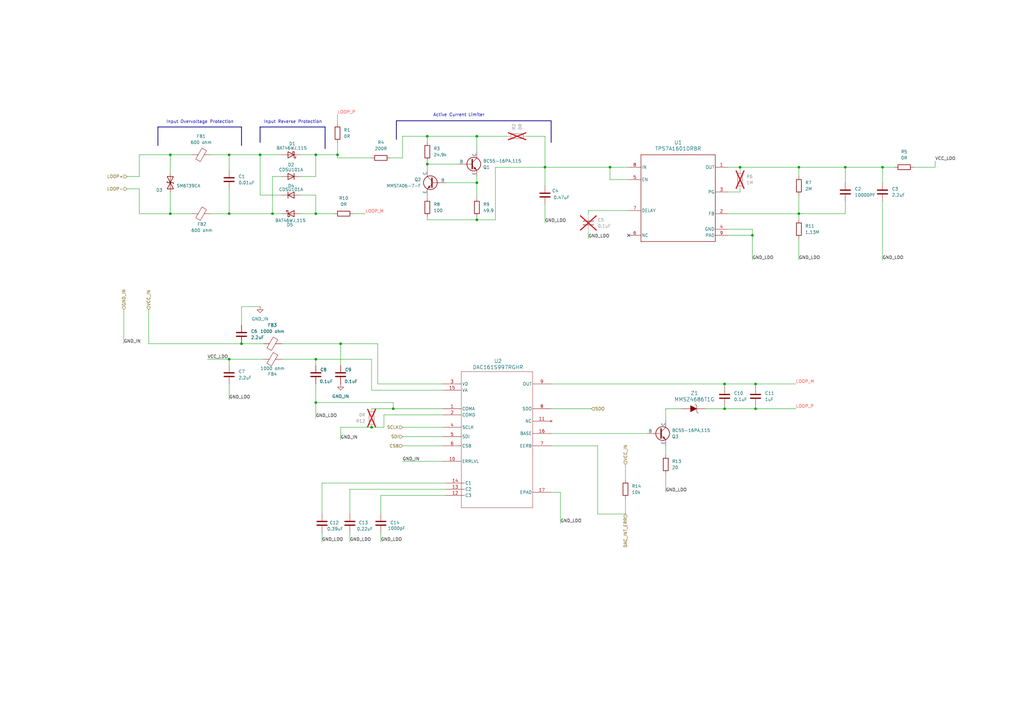
<source format=kicad_sch>
(kicad_sch (version 20231120) (generator "eeschema") (generator_version "8.0")
  (paper "A3")
  (lib_symbols
    (symbol "Device:C" (pin_numbers hide) (pin_names (offset 0.254))
      (property "Reference" "C" (at 0.635 2.54 0))
      (property "Value" "C" (at 0.635 -2.54 0))
      (symbol "C_0_1"
        (polyline (pts (xy -2.032 -0.762) (xy 2.032 -0.762)) (stroke (width 0.508)))
        (polyline (pts (xy -2.032 0.762) (xy 2.032 0.762)) (stroke (width 0.508)))
      )
      (symbol "C_1_1"
        (pin passive line (at 0 3.81 270) (length 2.794) (name "~") (number "1"))
        (pin passive line (at 0 -3.81 90) (length 2.794) (name "~") (number "2"))
      )
    )
    (symbol "Device:FerriteBead" (pin_numbers hide) (pin_names (offset 0))
      (property "Reference" "FB" (at -3.81 0.635 90))
      (property "Value" "FerriteBead" (at 3.81 0 90))
      (symbol "FerriteBead_0_1"
        (polyline (pts (xy 0 -1.27) (xy 0 -1.2192)))
        (polyline (pts (xy 0 1.27) (xy 0 1.2954)))
        (polyline (pts (xy -2.7686 0.4064) (xy -1.7018 2.2606) (xy 2.7686 -0.3048) (xy 1.6764 -2.159) (xy -2.7686 0.4064)))
      )
      (symbol "FerriteBead_1_1"
        (pin passive line (at 0 3.81 270) (length 2.54) (name "~") (number "1"))
        (pin passive line (at 0 -3.81 90) (length 2.54) (name "~") (number "2"))
      )
    )
    (symbol "Device:R" (pin_numbers hide) (pin_names (offset 0))
      (property "Reference" "R" (at 2.032 0 90))
      (property "Value" "R" (at 0 0 90))
      (symbol "R_0_1"
        (rectangle (start -1.016 -2.54) (end 1.016 2.54) (stroke (width 0.254)))
      )
      (symbol "R_1_1"
        (pin passive line (at 0 3.81 270) (length 1.27) (name "~") (number "1"))
        (pin passive line (at 0 -3.81 90) (length 1.27) (name "~") (number "2"))
      )
    )
    (symbol "Diode:1N630xCA" (pin_numbers hide) (pin_names (offset 1.016) hide)
      (property "Reference" "D" (at 0 2.54 0))
      (property "Value" "1N630xCA" (at 0 -2.54 0))
      (symbol "1N630xCA_0_1"
        (polyline (pts (xy 1.27 0) (xy -1.27 0)))
        (polyline (pts (xy -2.54 -1.27) (xy 0 0) (xy -2.54 1.27) (xy -2.54 -1.27)) (stroke (width 0.254)))
        (polyline (pts (xy 0.508 1.27) (xy 0 1.27) (xy 0 -1.27) (xy -0.508 -1.27)) (stroke (width 0.254)))
        (polyline (pts (xy 2.54 1.27) (xy 2.54 -1.27) (xy 0 0) (xy 2.54 1.27)) (stroke (width 0.254)))
      )
      (symbol "1N630xCA_1_1"
        (pin passive line (at -3.81 0 0) (length 2.54) (name "A1") (number "1"))
        (pin passive line (at 3.81 0 180) (length 2.54) (name "A2") (number "2"))
      )
    )
    (symbol "Diode:S2JTR" (pin_numbers hide) (pin_names hide)
      (property "Reference" "D" (at 0 2.54 0))
      (property "Value" "S2JTR" (at 0 -2.54 0))
      (symbol "S2JTR_0_1"
        (polyline (pts (xy -1.27 1.27) (xy -1.27 -1.27)) (stroke (width 0.254)))
        (polyline (pts (xy 1.27 0) (xy -1.27 0)))
        (polyline (pts (xy 1.27 1.27) (xy 1.27 -1.27) (xy -1.27 0) (xy 1.27 1.27)) (stroke (width 0.254)))
      )
      (symbol "S2JTR_1_1"
        (pin passive line (at -3.81 0 0) (length 2.54) (name "K") (number "1"))
        (pin passive line (at 3.81 0 180) (length 2.54) (name "A") (number "2"))
      )
    )
    (symbol "NPN_1" (pin_numbers hide) (pin_names (offset 0))
      (property "Reference" "Q3" (at 5.08 -1.2701 0))
      (property "Value" "BC55-16PA,115" (at 5.08 1.2699 0))
      (symbol "NPN_1_0_1"
        (polyline (pts (xy -2.54 0) (xy 0.635 0)) (stroke (width 0.1524)))
        (polyline (pts (xy 0.635 0.635) (xy 2.54 2.54)))
        (polyline (pts (xy 2.794 -1.27) (xy 2.794 -1.27)) (stroke (width 0.1524)))
        (polyline (pts (xy 2.794 -1.27) (xy 2.794 -1.27)) (stroke (width 0.1524)))
        (polyline (pts (xy 0.635 -0.635) (xy 2.54 -2.54) (xy 2.54 -2.54)))
        (polyline (pts (xy 0.635 1.905) (xy 0.635 -1.905) (xy 0.635 -1.905)) (stroke (width 0.508)))
        (polyline (pts (xy 1.27 -1.778) (xy 1.778 -1.27) (xy 2.286 -2.286) (xy 1.27 -1.778) (xy 1.27 -1.778)) (fill (type outline)))
        (circle (center 1.27 0) (radius 2.8194) (stroke (width 0.254)))
      )
      (symbol "NPN_1_1_1"
        (pin open_collector line (at 2.54 5.08 270) (length 2.54) (name "C") (number "1"))
        (pin free line (at -5.08 0 0) (length 2.54) (name "B") (number "2"))
        (pin open_emitter line (at 2.54 -5.08 90) (length 2.54) (name "E") (number "3"))
      )
    )
    (symbol "SB120_2" (pin_numbers hide) (pin_names (offset 1.016) hide)
      (property "Reference" "D1" (at -0.508 -4.572 0))
      (property "Value" "BAT46WJ,115" (at -0.254 -2.794 0))
      (symbol "SB120_2_0_1"
        (polyline (pts (xy 1.27 0) (xy -1.27 0)))
        (polyline (pts (xy 1.27 1.27) (xy 1.27 -1.27) (xy -1.27 0) (xy 1.27 1.27)) (stroke (width 0.254)))
        (polyline (pts (xy -1.905 0.635) (xy -1.905 1.27) (xy -1.27 1.27) (xy -1.27 -1.27) (xy -0.635 -1.27) (xy -0.635 -0.635)) (stroke (width 0.254)))
      )
      (symbol "SB120_2_1_1"
        (pin passive line (at -3.81 0 0) (length 2.54) (name "K") (number "1"))
        (pin passive line (at 3.81 0 180) (length 2.54) (name "A") (number "2"))
      )
    )
    (symbol "Simulation_SPICE:NPN" (pin_numbers hide) (pin_names (offset 0))
      (property "Reference" "Q" (at -2.54 7.62 0))
      (property "Value" "NPN" (at -2.54 5.08 0))
      (symbol "NPN_0_1"
        (polyline (pts (xy -2.54 0) (xy 0.635 0)) (stroke (width 0.1524)))
        (polyline (pts (xy 0.635 0.635) (xy 2.54 2.54)))
        (polyline (pts (xy 2.794 -1.27) (xy 2.794 -1.27)) (stroke (width 0.1524)))
        (polyline (pts (xy 2.794 -1.27) (xy 2.794 -1.27)) (stroke (width 0.1524)))
        (polyline (pts (xy 0.635 -0.635) (xy 2.54 -2.54) (xy 2.54 -2.54)))
        (polyline (pts (xy 0.635 1.905) (xy 0.635 -1.905) (xy 0.635 -1.905)) (stroke (width 0.508)))
        (polyline (pts (xy 1.27 -1.778) (xy 1.778 -1.27) (xy 2.286 -2.286) (xy 1.27 -1.778) (xy 1.27 -1.778)) (fill (type outline)))
        (circle (center 1.27 0) (radius 2.8194) (stroke (width 0.254)))
      )
      (symbol "NPN_1_1"
        (pin open_collector line (at 2.54 5.08 270) (length 2.54) (name "C") (number "1"))
        (pin input line (at -5.08 0 0) (length 2.54) (name "B") (number "2"))
        (pin open_emitter line (at 2.54 -5.08 90) (length 2.54) (name "E") (number "3"))
      )
    )
    (symbol "TSP7A1601DRBR:TPS7A1601DRBR" (pin_names (offset 0.254))
      (property "Reference" "U2" (at 0 22.86 0))
      (property "Value" "TPS7A1601DRBR" (at 0 20.32 0))
      (symbol "TPS7A1601DRBR_0_1"
        (polyline (pts (xy -15.24 -17.78) (xy 15.24 -17.78)) (stroke (width 0.2032)))
        (polyline (pts (xy -15.24 17.78) (xy -15.24 -17.78)) (stroke (width 0.2032)))
        (polyline (pts (xy 15.24 -17.78) (xy 15.24 17.78)) (stroke (width 0.2032)))
        (polyline (pts (xy 15.24 17.78) (xy -15.24 17.78)) (stroke (width 0.2032)))
        (pin power_in line (at 20.32 12.7 180) (length 5.08) (name "OUT") (number "1"))
        (pin input line (at 20.32 -6.35 180) (length 5.08) (name "FB") (number "2"))
        (pin open_collector line (at 20.32 2.54 180) (length 5.08) (name "PG") (number "3"))
        (pin power_in line (at 20.32 -12.7 180) (length 5.08) (name "GND") (number "4"))
        (pin input line (at -20.32 7.62 0) (length 5.08) (name "EN") (number "5"))
        (pin unspecified line (at -20.32 -15.24 0) (length 5.08) (name "NC") (number "6"))
        (pin output line (at -20.32 -5.08 0) (length 5.08) (name "DELAY") (number "7"))
        (pin power_in line (at -20.32 12.7 0) (length 5.08) (name "IN") (number "8"))
        (pin unspecified line (at 20.32 -15.24 180) (length 5.08) (name "PAD") (number "9"))
      )
    )
    (symbol "dac161s997rghr:DAC161S997RGHR" (pin_names (offset 0.254))
      (property "Reference" "U1" (at 33.02 10.16 0))
      (property "Value" "DAC161S997RGHR" (at 33.02 7.62 0))
      (symbol "DAC161S997RGHR_0_1"
        (polyline (pts (xy 7.62 -50.8) (xy 36.83 -50.8)) (stroke (width 0.127)))
        (polyline (pts (xy 7.62 5.08) (xy 7.62 -50.8)) (stroke (width 0.127)))
        (polyline (pts (xy 36.83 -50.8) (xy 36.83 5.08)) (stroke (width 0.127)))
        (polyline (pts (xy 36.83 5.08) (xy 7.62 5.08)) (stroke (width 0.127)))
        (pin power_in line (at 0 -10.16 0) (length 7.62) (name "COMA") (number "1"))
        (pin input line (at 0 -31.75 0) (length 7.62) (name "ERRLVL") (number "10"))
        (pin no_connect line (at 44.45 -15.24 180) (length 7.62) (name "NC") (number "11"))
        (pin unspecified line (at 1.27 -45.72 0) (length 7.62) (name "C3") (number "12"))
        (pin unspecified line (at 1.27 -43.18 0) (length 7.62) (name "C2") (number "13"))
        (pin unspecified line (at 1.27 -40.64 0) (length 7.62) (name "C1") (number "14"))
        (pin power_in line (at 0 -2.54 0) (length 7.62) (name "VA") (number "15"))
        (pin unspecified line (at 44.45 -20.32 180) (length 7.62) (name "BASE") (number "16"))
        (pin unspecified line (at 44.45 -44.45 180) (length 7.62) (name "EPAD") (number "17"))
        (pin power_in line (at 0 -12.7 0) (length 7.62) (name "COMD") (number "2"))
        (pin power_in line (at 0 0 0) (length 7.62) (name "VD") (number "3"))
        (pin input line (at 0 -17.78 0) (length 7.62) (name "SCLK") (number "4"))
        (pin input line (at 0 -21.59 0) (length 7.62) (name "SDI") (number "5"))
        (pin input line (at 0 -25.4 0) (length 7.62) (name "CSB") (number "6"))
        (pin output line (at 44.45 -25.4 180) (length 7.62) (name "EERB") (number "7"))
        (pin output line (at 44.45 -10.16 180) (length 7.62) (name "SDO") (number "8"))
        (pin output line (at 44.45 0 180) (length 7.62) (name "OUT") (number "9"))
      )
    )
    (symbol "dk_Diodes-Zener-Single:MMSZ5231B-7-F" (pin_numbers hide) (pin_names (offset 0) hide)
      (property "Reference" "Z" (at 0 3.81 0))
      (property "Value" "MMSZ5231B-7-F" (at 0 -3.81 0))
      (symbol "MMSZ5231B-7-F_0_1"
        (polyline (pts (xy 1.27 -1.27) (xy 1.905 -1.905)))
        (polyline (pts (xy 1.27 1.27) (xy 0.635 1.905)))
        (polyline (pts (xy 1.27 1.27) (xy 1.27 -1.27)))
        (polyline (pts (xy -1.27 1.27) (xy -1.27 -1.27) (xy 1.27 0) (xy -1.27 1.27)) (fill (type outline)))
      )
      (symbol "MMSZ5231B-7-F_1_1"
        (pin passive line (at -5.08 0 0) (length 3.81) (name "~") (number "A"))
        (pin passive line (at 5.08 0 180) (length 3.81) (name "~") (number "K"))
      )
    )
    (symbol "power:GND" (power) (pin_numbers hide) (pin_names (offset 0) hide)
      (property "Value" "GND" (at 0 -3.81 0))
      (symbol "GND_0_1"
        (polyline (pts (xy 0 0) (xy 0 -1.27) (xy 1.27 -1.27) (xy 0 -2.54) (xy -1.27 -1.27) (xy 0 -1.27)))
      )
      (symbol "GND_1_1"
        (pin power_in line (at 0 0 270) (length 0) (name "~") (number "1"))
      )
    )
  )
  (junction (at 327.66 68.58))
  (junction (at 69.85 87.63))
  (junction (at 361.95 68.58))
  (junction (at 152.4 175.26))
  (junction (at 297.18 167.64))
  (junction (at 195.58 90.17))
  (junction (at 308.61 96.52))
  (junction (at 297.18 157.48))
  (junction (at 327.66 87.63))
  (junction (at 93.98 63.5))
  (junction (at 309.88 157.48))
  (junction (at 309.88 167.64))
  (junction (at 175.26 67.31))
  (junction (at 111.76 87.63))
  (junction (at 223.52 68.58))
  (junction (at 129.54 87.63))
  (junction (at 195.58 55.88))
  (junction (at 93.98 147.32))
  (junction (at 138.43 63.5))
  (junction (at 346.71 68.58))
  (junction (at 303.53 68.58))
  (junction (at 175.26 55.88))
  (junction (at 139.7 140.97))
  (junction (at 129.54 147.32))
  (junction (at 106.68 63.5))
  (junction (at 129.54 63.5))
  (junction (at 250.19 68.58))
  (junction (at 129.54 165.1))
  (junction (at 99.06 140.97))
  (junction (at 93.98 87.63))
  (junction (at 195.58 74.93))
  (junction (at 161.29 167.64))
  (junction (at 69.85 63.5))
  (no_connect (at 257.81 96.52))
  (wire (pts (xy 309.88 167.64) (xy 309.88 166.37)))
  (wire (pts (xy 143.51 200.66) (xy 143.51 210.82)))
  (wire (pts (xy 346.71 74.93) (xy 346.71 68.58)))
  (bus (pts (xy 99.06 59.69) (xy 99.06 52.07)))
  (wire (pts (xy 165.1 175.26) (xy 181.61 175.26)))
  (wire (pts (xy 273.05 167.64) (xy 279.4 167.64)))
  (wire (pts (xy 152.4 167.64) (xy 161.29 167.64)))
  (wire (pts (xy 156.21 222.25) (xy 156.21 218.44)))
  (wire (pts (xy 374.65 68.58) (xy 383.54 68.58)))
  (wire (pts (xy 223.52 68.58) (xy 223.52 76.2)))
  (wire (pts (xy 99.06 140.97) (xy 107.95 140.97)))
  (wire (pts (xy 129.54 87.63) (xy 137.16 87.63)))
  (wire (pts (xy 327.66 97.79) (xy 327.66 106.68)))
  (wire (pts (xy 132.08 222.25) (xy 132.08 218.44)))
  (wire (pts (xy 57.15 63.5) (xy 57.15 72.39)))
  (wire (pts (xy 152.4 160.02) (xy 152.4 147.32)))
  (wire (pts (xy 138.43 64.77) (xy 152.4 64.77)))
  (wire (pts (xy 99.06 125.73) (xy 99.06 133.35)))
  (wire (pts (xy 52.07 72.39) (xy 57.15 72.39)))
  (wire (pts (xy 129.54 87.63) (xy 123.19 87.63)))
  (wire (pts (xy 195.58 72.39) (xy 195.58 74.93)))
  (wire (pts (xy 93.98 63.5) (xy 106.68 63.5)))
  (wire (pts (xy 223.52 68.58) (xy 250.19 68.58)))
  (bus (pts (xy 106.68 52.07) (xy 106.68 58.42)))
  (wire (pts (xy 346.71 68.58) (xy 361.95 68.58)))
  (wire (pts (xy 161.29 167.64) (xy 181.61 167.64)))
  (wire (pts (xy 195.58 90.17) (xy 195.58 88.9)))
  (wire (pts (xy 115.57 140.97) (xy 139.7 140.97)))
  (wire (pts (xy 139.7 140.97) (xy 139.7 149.86)))
  (wire (pts (xy 309.88 157.48) (xy 326.39 157.48)))
  (wire (pts (xy 175.26 80.01) (xy 175.26 81.28)))
  (wire (pts (xy 165.1 64.77) (xy 160.02 64.77)))
  (wire (pts (xy 115.57 72.39) (xy 111.76 72.39)))
  (wire (pts (xy 223.52 55.88) (xy 223.52 68.58)))
  (wire (pts (xy 327.66 68.58) (xy 346.71 68.58)))
  (wire (pts (xy 256.54 190.5) (xy 256.54 196.85)))
  (wire (pts (xy 298.45 87.63) (xy 327.66 87.63)))
  (wire (pts (xy 327.66 68.58) (xy 303.53 68.58)))
  (wire (pts (xy 93.98 69.85) (xy 93.98 63.5)))
  (wire (pts (xy 165.1 55.88) (xy 175.26 55.88)))
  (wire (pts (xy 308.61 93.98) (xy 308.61 96.52)))
  (wire (pts (xy 242.57 167.64) (xy 226.06 167.64)))
  (wire (pts (xy 289.56 167.64) (xy 297.18 167.64)))
  (wire (pts (xy 138.43 64.77) (xy 138.43 63.5)))
  (bus (pts (xy 133.35 60.96) (xy 133.35 52.07)))
  (wire (pts (xy 203.2 68.58) (xy 223.52 68.58)))
  (wire (pts (xy 226.06 201.93) (xy 229.87 201.93)))
  (wire (pts (xy 123.19 72.39) (xy 129.54 72.39)))
  (wire (pts (xy 182.88 203.2) (xy 156.21 203.2)))
  (bus (pts (xy 99.06 52.07) (xy 64.77 52.07)))
  (wire (pts (xy 309.88 167.64) (xy 326.39 167.64)))
  (wire (pts (xy 303.53 78.74) (xy 303.53 77.47)))
  (wire (pts (xy 60.96 140.97) (xy 99.06 140.97)))
  (wire (pts (xy 154.94 157.48) (xy 181.61 157.48)))
  (wire (pts (xy 297.18 157.48) (xy 309.88 157.48)))
  (wire (pts (xy 361.95 68.58) (xy 367.03 68.58)))
  (wire (pts (xy 93.98 147.32) (xy 93.98 149.86)))
  (bus (pts (xy 162.56 49.53) (xy 162.56 57.15)))
  (wire (pts (xy 93.98 147.32) (xy 107.95 147.32)))
  (wire (pts (xy 245.11 210.82) (xy 256.54 210.82)))
  (wire (pts (xy 182.88 74.93) (xy 195.58 74.93)))
  (wire (pts (xy 129.54 80.01) (xy 129.54 87.63)))
  (wire (pts (xy 241.3 86.36) (xy 241.3 87.63)))
  (wire (pts (xy 106.68 80.01) (xy 106.68 63.5)))
  (wire (pts (xy 309.88 157.48) (xy 309.88 158.75)))
  (wire (pts (xy 273.05 182.88) (xy 273.05 186.69)))
  (wire (pts (xy 298.45 68.58) (xy 303.53 68.58)))
  (wire (pts (xy 361.95 82.55) (xy 361.95 106.68)))
  (wire (pts (xy 111.76 72.39) (xy 111.76 87.63)))
  (wire (pts (xy 93.98 63.5) (xy 86.36 63.5)))
  (wire (pts (xy 241.3 97.79) (xy 241.3 95.25)))
  (wire (pts (xy 139.7 140.97) (xy 154.94 140.97)))
  (wire (pts (xy 346.71 82.55) (xy 346.71 87.63)))
  (wire (pts (xy 115.57 147.32) (xy 129.54 147.32)))
  (wire (pts (xy 303.53 68.58) (xy 303.53 69.85)))
  (wire (pts (xy 123.19 80.01) (xy 129.54 80.01)))
  (wire (pts (xy 308.61 96.52) (xy 308.61 106.68)))
  (wire (pts (xy 129.54 165.1) (xy 161.29 165.1)))
  (wire (pts (xy 57.15 87.63) (xy 57.15 77.47)))
  (wire (pts (xy 139.7 175.26) (xy 139.7 180.34)))
  (wire (pts (xy 139.7 175.26) (xy 152.4 175.26)))
  (wire (pts (xy 195.58 74.93) (xy 195.58 81.28)))
  (wire (pts (xy 93.98 87.63) (xy 93.98 77.47)))
  (wire (pts (xy 69.85 63.5) (xy 69.85 71.12)))
  (wire (pts (xy 86.36 87.63) (xy 93.98 87.63)))
  (wire (pts (xy 298.45 78.74) (xy 303.53 78.74)))
  (wire (pts (xy 111.76 87.63) (xy 115.57 87.63)))
  (wire (pts (xy 361.95 74.93) (xy 361.95 68.58)))
  (wire (pts (xy 175.26 67.31) (xy 187.96 67.31)))
  (wire (pts (xy 175.26 90.17) (xy 195.58 90.17)))
  (bus (pts (xy 64.77 52.07) (xy 64.77 59.69)))
  (wire (pts (xy 52.07 77.47) (xy 57.15 77.47)))
  (wire (pts (xy 215.9 55.88) (xy 223.52 55.88)))
  (wire (pts (xy 93.98 87.63) (xy 111.76 87.63)))
  (wire (pts (xy 175.26 55.88) (xy 195.58 55.88)))
  (wire (pts (xy 273.05 194.31) (xy 273.05 201.93)))
  (wire (pts (xy 129.54 63.5) (xy 129.54 72.39)))
  (wire (pts (xy 152.4 175.26) (xy 157.48 175.26)))
  (wire (pts (xy 327.66 87.63) (xy 327.66 90.17)))
  (wire (pts (xy 195.58 55.88) (xy 208.28 55.88)))
  (wire (pts (xy 123.19 63.5) (xy 129.54 63.5)))
  (wire (pts (xy 298.45 93.98) (xy 308.61 93.98)))
  (wire (pts (xy 132.08 198.12) (xy 132.08 210.82)))
  (wire (pts (xy 175.26 67.31) (xy 175.26 69.85)))
  (wire (pts (xy 175.26 55.88) (xy 175.26 58.42)))
  (wire (pts (xy 257.81 73.66) (xy 250.19 73.66)))
  (wire (pts (xy 156.21 203.2) (xy 156.21 210.82)))
  (wire (pts (xy 226.06 177.8) (xy 265.43 177.8)))
  (wire (pts (xy 256.54 204.47) (xy 256.54 210.82)))
  (wire (pts (xy 149.86 87.63) (xy 144.78 87.63)))
  (wire (pts (xy 138.43 58.42) (xy 138.43 63.5)))
  (wire (pts (xy 297.18 157.48) (xy 297.18 158.75)))
  (wire (pts (xy 175.26 66.04) (xy 175.26 67.31)))
  (wire (pts (xy 250.19 73.66) (xy 250.19 68.58)))
  (wire (pts (xy 250.19 68.58) (xy 257.81 68.58)))
  (wire (pts (xy 106.68 125.73) (xy 99.06 125.73)))
  (wire (pts (xy 226.06 182.88) (xy 245.11 182.88)))
  (wire (pts (xy 181.61 160.02) (xy 152.4 160.02)))
  (wire (pts (xy 203.2 90.17) (xy 203.2 68.58)))
  (wire (pts (xy 106.68 63.5) (xy 115.57 63.5)))
  (wire (pts (xy 69.85 78.74) (xy 69.85 87.63)))
  (wire (pts (xy 175.26 88.9) (xy 175.26 90.17)))
  (wire (pts (xy 138.43 46.99) (xy 138.43 50.8)))
  (wire (pts (xy 297.18 166.37) (xy 297.18 167.64)))
  (wire (pts (xy 129.54 147.32) (xy 129.54 149.86)))
  (wire (pts (xy 195.58 62.23) (xy 195.58 55.88)))
  (wire (pts (xy 245.11 182.88) (xy 245.11 210.82)))
  (wire (pts (xy 85.09 147.32) (xy 93.98 147.32)))
  (wire (pts (xy 383.54 66.04) (xy 383.54 68.58)))
  (wire (pts (xy 60.96 127) (xy 60.96 140.97)))
  (wire (pts (xy 69.85 87.63) (xy 57.15 87.63)))
  (wire (pts (xy 78.74 63.5) (xy 69.85 63.5)))
  (wire (pts (xy 129.54 63.5) (xy 138.43 63.5)))
  (wire (pts (xy 157.48 175.26) (xy 157.48 170.18)))
  (wire (pts (xy 346.71 87.63) (xy 327.66 87.63)))
  (wire (pts (xy 161.29 165.1) (xy 161.29 167.64)))
  (wire (pts (xy 152.4 147.32) (xy 129.54 147.32)))
  (wire (pts (xy 327.66 72.39) (xy 327.66 68.58)))
  (wire (pts (xy 154.94 140.97) (xy 154.94 157.48)))
  (bus (pts (xy 133.35 52.07) (xy 106.68 52.07)))
  (wire (pts (xy 297.18 167.64) (xy 309.88 167.64)))
  (wire (pts (xy 182.88 200.66) (xy 143.51 200.66)))
  (wire (pts (xy 226.06 157.48) (xy 297.18 157.48)))
  (wire (pts (xy 129.54 171.45) (xy 129.54 165.1)))
  (wire (pts (xy 182.88 198.12) (xy 132.08 198.12)))
  (wire (pts (xy 327.66 80.01) (xy 327.66 87.63)))
  (bus (pts (xy 226.06 58.42) (xy 226.06 49.53)))
  (wire (pts (xy 273.05 172.72) (xy 273.05 167.64)))
  (wire (pts (xy 241.3 86.36) (xy 257.81 86.36)))
  (wire (pts (xy 298.45 96.52) (xy 308.61 96.52)))
  (wire (pts (xy 195.58 90.17) (xy 203.2 90.17)))
  (wire (pts (xy 93.98 157.48) (xy 93.98 163.83)))
  (wire (pts (xy 223.52 83.82) (xy 223.52 91.44)))
  (wire (pts (xy 157.48 170.18) (xy 181.61 170.18)))
  (wire (pts (xy 69.85 87.63) (xy 78.74 87.63)))
  (wire (pts (xy 50.8 127) (xy 50.8 140.97)))
  (wire (pts (xy 143.51 222.25) (xy 143.51 218.44)))
  (wire (pts (xy 165.1 189.23) (xy 181.61 189.23)))
  (bus (pts (xy 162.56 49.53) (xy 226.06 49.53)))
  (wire (pts (xy 129.54 157.48) (xy 129.54 165.1)))
  (wire (pts (xy 69.85 63.5) (xy 57.15 63.5)))
  (wire (pts (xy 115.57 80.01) (xy 106.68 80.01)))
  (wire (pts (xy 165.1 55.88) (xy 165.1 64.77)))
  (wire (pts (xy 165.1 182.88) (xy 181.61 182.88)))
  (wire (pts (xy 165.1 179.07) (xy 181.61 179.07)))
  (wire (pts (xy 229.87 201.93) (xy 229.87 214.63)))
  (text "Active Current Limiter" (at 188.214 47.244 0) (effects (font (size 1.27 1.27))))
  (text "Input Overvoltage Protection" (at 82.042 50.038 0) (effects (font (size 1.27 1.27))))
  (text "Input Reverse Protection" (at 120.142 50.038 0) (effects (font (size 1.27 1.27))))
  (label "LOOP_M" (at 326.39 157.48 0))
  (label "GND_LDO" (at 143.51 222.25 0))
  (label "GND_LDO" (at 308.61 106.68 0))
  (label "VCC_LDO" (at 85.09 147.32 0))
  (label "GND_LDO" (at 132.08 222.25 0))
  (label "GND_LDO" (at 273.05 201.93 0))
  (label "GND_LDO" (at 241.3 97.79 0))
  (label "GND_LDO" (at 223.52 91.44 0))
  (label "LOOP_M" (at 149.86 87.63 0))
  (label "GND_LDO" (at 129.54 171.45 0))
  (label "VCC_LDO" (at 383.54 66.04 0))
  (label "GND_LDO" (at 156.21 222.25 0))
  (label "GND_LDO" (at 93.98 163.83 0))
  (label "GND_LDO" (at 361.95 106.68 0))
  (label "GND_LDO" (at 229.87 214.63 0))
  (label "LOOP_P" (at 138.43 46.99 0))
  (label "GND_IN" (at 165.1 189.23 0))
  (label "GND_LDO" (at 327.66 106.68 0))
  (label "GND_IN" (at 139.7 180.34 0))
  (label "LOOP_P" (at 326.39 167.64 0))
  (label "GND_IN" (at 50.8 140.97 0))
  (hierarchical_label "DAC_INT_ERR" (shape input) (at 256.54 210.82 270))
  (hierarchical_label "SDI" (shape input) (at 165.1 179.07 180))
  (hierarchical_label "LOOP+" (shape input) (at 52.07 72.39 180))
  (hierarchical_label "VCC_IN" (shape input) (at 256.54 190.5 90))
  (hierarchical_label "SCLK" (shape input) (at 165.1 175.26 180))
  (hierarchical_label "GND_IN" (shape input) (at 50.8 127 90))
  (hierarchical_label "CSB" (shape input) (at 165.1 182.88 180))
  (hierarchical_label "LOOP-" (shape input) (at 52.07 77.47 180))
  (hierarchical_label "VCC_IN" (shape input) (at 60.96 127 90))
  (hierarchical_label "SDO" (shape input) (at 242.57 167.64 0))
  (symbol (lib_id "Device:R") (at 303.53 73.66 0) (unit 1) (dnp yes)
    (property "Reference" "R6" (at 306.07 72.3899 0) (effects (justify left)))
    (property "Value" "1M" (at 306.07 74.9299 0) (effects (justify left)))
    (property "Footprint" "Resistor_SMD:R_0402_1005Metric" (effects (hide yes)))
    (property "Description" "RES SMD 1M OHM 5% 1/16W 0402" (effects (hide yes)))
    (property "DIGIKEY" "541-4119-2-ND" (effects (hide yes)))
  )
  (symbol (lib_id "Device:R") (at 273.05 190.5 0) (unit 1)
    (property "Reference" "R13" (at 275.59 189.2299 0) (effects (justify left)))
    (property "Value" "20" (at 275.59 191.7699 0) (effects (justify left)))
    (property "Footprint" "Resistor_SMD:R_0603_1608Metric" (effects (hide yes)))
    (property "Description" "RES SMD 20 OHM 1% 1/10W 0603" (effects (hide yes)))
    (property "DIGIKEY" "  541-20.0HTR-ND" (effects (hide yes)))
  )
  (symbol (lib_id "power:GND") (at 139.7 157.48 0) (unit 1)
    (property "Reference" "#PWR017" (effects (hide yes)))
    (property "Value" "GND_IN" (at 139.7 162.56 0))
    (property "Description" "Power symbol creates a global label with name \"GND\" , ground" (effects (hide yes)))
  )
  (symbol (lib_id "Device:R") (at 370.84 68.58 90) (unit 1)
    (property "Reference" "R5" (at 370.84 62.23 90))
    (property "Value" "0R" (at 370.84 64.77 90))
    (property "Footprint" "Resistor_SMD:R_0603_1608Metric" (effects (hide yes)))
    (property "Description" "0 Ohms Jumper Chip Resistor 0603 (1608 Metric) Automotive AEC-Q200 Thick Film" (effects (hide yes)))
    (property "DIGIKEY" "541-0.0GTR-ND" (effects (hide yes)))
  )
  (symbol (lib_id "Device:C") (at 139.7 153.67 0) (unit 1)
    (property "Reference" "C9" (at 141.478 151.638 0) (effects (justify left)))
    (property "Value" "0.1uF" (at 141.224 156.464 0) (effects (justify left)))
    (property "Footprint" "Capacitor_SMD:C_0402_1005Metric" (effects (hide yes)))
    (property "Description" "CAP CER 0.1UF 6.3V X5R 0402" (effects (hide yes)))
    (property "DIGIKEY" "445-1266-2-ND" (effects (hide yes)))
  )
  (symbol (lib_id "Device:C") (at 99.06 137.16 0) (unit 1)
    (property "Reference" "C6" (at 102.87 135.8899 0) (effects (justify left)))
    (property "Value" "2.2uF" (at 102.87 138.4299 0) (effects (justify left)))
    (property "Footprint" "Capacitor_SMD:C_0402_1005Metric" (effects (hide yes)))
    (property "Description" "CAP CER 2.2UF 16V X5R 0402" (effects (hide yes)))
    (property "DIGIKEY" "445-9085-2-ND" (effects (hide yes)))
  )
  (symbol (lib_name "NPN_1") (lib_id "Simulation_SPICE:NPN") (at 270.51 177.8 0) (unit 1)
    (property "Reference" "Q3" (at 275.59 179.0701 0) (effects (justify left)))
    (property "Value" "BC55-16PA,115" (at 275.59 176.5301 0) (effects (justify left)))
    (property "Footprint" "mergened_footprints:3-HUSON(2X2)" (effects (hide yes)))
    (property "Description" "TRANS NPN 60V 1A 3HUSON" (effects (hide yes)))
    (property "DIGIKEY" "  1727-2344-2-ND" (effects (hide yes)))
  )
  (symbol (lib_id "Diode:1N630xCA") (at 69.85 74.93 270) (unit 1)
    (property "Reference" "D3" (at 64.008 77.978 90) (effects (justify left)))
    (property "Value" "SM6T39CA" (at 72.39 76.1999 90) (effects (justify left)))
    (property "Footprint" "Diode_SMD:D_SMB" (effects (hide yes)))
    (property "Datasheet" "https://www.st.com/content/ccc/resource/technical/document/datasheet/6f/2d/a6/9e/56/51/48/15/CD00000725.pdf/files/CD00000725.pdf/jcr:content/translations/en.CD00000725.pdf" (effects (hide yes)))
    (property "Description" "TVS DIODE 33.3VWM 53.9VC SMB" (effects (hide yes)))
    (property "DIGIKEY" "497-6498-2-ND" (effects (hide yes)))
  )
  (symbol (lib_id "Device:R") (at 212.09 55.88 90) (unit 1) (dnp yes)
    (property "Reference" "R2" (at 210.8199 53.34 0) (effects (justify left)))
    (property "Value" "0R" (at 213.3599 53.34 0) (effects (justify left)))
    (property "Footprint" "Resistor_SMD:R_0603_1608Metric" (effects (hide yes)))
    (property "Description" "0 Ohms Jumper Chip Resistor 0603 (1608 Metric) Automotive AEC-Q200 Thick Film" (effects (hide yes)))
    (property "DIGIKEY" "541-0.0GTR-ND" (effects (hide yes)))
  )
  (symbol (lib_id "Device:C") (at 143.51 214.63 0) (unit 1)
    (property "Reference" "C13" (at 147.066 214.376 0) (effects (justify left)))
    (property "Value" "0.22uF" (at 146.304 216.916 0) (effects (justify left)))
    (property "Footprint" "Capacitor_SMD:C_0402_1005Metric" (effects (hide yes)))
    (property "Description" "CAP CER 0.22UF 6.3V X5R 0402" (effects (hide yes)))
    (property "DIGIKEY" "490-5407-2-ND" (effects (hide yes)))
  )
  (symbol (lib_id "Device:C") (at 361.95 78.74 0) (unit 1)
    (property "Reference" "C3" (at 365.76 77.4699 0) (effects (justify left)))
    (property "Value" "2.2uF" (at 365.76 80.0099 0) (effects (justify left)))
    (property "Footprint" "Capacitor_SMD:C_0402_1005Metric" (effects (hide yes)))
    (property "Description" "CAP CER 2.2UF 16V X5R 0402" (effects (hide yes)))
    (property "DIGIKEY" "445-9085-2-ND" (effects (hide yes)))
  )
  (symbol (lib_id "Device:R") (at 152.4 171.45 180) (unit 1) (dnp yes)
    (property "Reference" "R12" (at 149.86 172.7201 0) (effects (justify left)))
    (property "Value" "0R" (at 149.86 170.1801 0) (effects (justify left)))
    (property "Footprint" "Resistor_SMD:R_0603_1608Metric" (effects (hide yes)))
    (property "Description" "0 Ohms Jumper Chip Resistor 0603 (1608 Metric) Automotive AEC-Q200 Thick Film" (effects (hide yes)))
    (property "DIGIKEY" "541-0.0GTR-ND" (effects (hide yes)))
  )
  (symbol (lib_id "Device:C") (at 223.52 80.01 0) (mirror y) (unit 1)
    (property "Reference" "C4" (at 229.108 78.232 0) (effects (justify left)))
    (property "Value" "0.47uF" (at 233.68 81.026 0) (effects (justify left)))
    (property "Footprint" "Capacitor_SMD:C_0805_2012Metric" (effects (hide yes)))
    (property "Description" "CAP CER 0.47UF 100V X7R 0805" (effects (hide yes)))
    (property "DIGIKEY" "  490-3326-2-ND" (effects (hide yes)))
  )
  (symbol (lib_id "Simulation_SPICE:NPN") (at 193.04 67.31 0) (unit 1)
    (property "Reference" "Q1" (at 198.12 68.5801 0) (effects (justify left)))
    (property "Value" "BC55-16PA,115" (at 198.12 66.0401 0) (effects (justify left)))
    (property "Footprint" "mergened_footprints:3-HUSON(2X2)" (effects (hide yes)))
    (property "Description" "TRANS NPN 60V 1A 3HUSON" (effects (hide yes)))
    (property "DIGIKEY" "  1727-2344-2-ND" (effects (hide yes)))
  )
  (symbol (lib_id "Device:C") (at 129.54 153.67 0) (unit 1)
    (property "Reference" "C8" (at 131.318 151.638 0) (effects (justify left)))
    (property "Value" "0.1uF" (at 131.064 156.464 0) (effects (justify left)))
    (property "Footprint" "Capacitor_SMD:C_0402_1005Metric" (effects (hide yes)))
    (property "Description" "CAP CER 0.1UF 6.3V X5R 0402" (effects (hide yes)))
    (property "DIGIKEY" "445-1266-2-ND" (effects (hide yes)))
  )
  (symbol (lib_name "SB120_2") (lib_id "Diode:SB120") (at 119.38 63.5 180) (unit 1)
    (property "Reference" "D1" (at 119.888 58.928 0))
    (property "Value" "BAT46WJ,115" (at 119.634 60.706 0))
    (property "Footprint" "Diode_SMD:D_SOD-323F" (effects (hide yes)))
    (property "Description" "DIODE SCHOTT 100V 250MA SOD323F" (effects (hide yes)))
    (property "DIGIKEY" "  1727-4817-2-ND" (effects (hide yes)))
  )
  (symbol (lib_id "Device:R") (at 175.26 62.23 180) (unit 1)
    (property "Reference" "R3" (at 177.8 60.9599 0) (effects (justify right)))
    (property "Value" "24.9k" (at 177.8 63.4999 0) (effects (justify right)))
    (property "Footprint" "Resistor_SMD:R_0603_1608Metric" (effects (hide yes)))
    (property "Description" "RES 24.9K OHM 1% 1/10W 0603" (effects (hide yes)))
    (property "DIGIKEY" "541-4028-2-ND" (effects (hide yes)))
  )
  (symbol (lib_id "Device:C") (at 241.3 91.44 0) (unit 1) (dnp yes)
    (property "Reference" "C5" (at 245.11 90.1699 0) (effects (justify left)))
    (property "Value" "0.1uF" (at 245.11 92.7099 0) (effects (justify left)))
    (property "Footprint" "Capacitor_SMD:C_1206_3216Metric" (effects (hide yes)))
    (property "Description" "CAP CER 0.1UF 100V X7R 1206" (effects (hide yes)))
    (property "DIGIKEY" "478-KGM31DR72A104JUTR-ND" (effects (hide yes)))
  )
  (symbol (lib_id "Device:C") (at 93.98 153.67 0) (unit 1)
    (property "Reference" "C7" (at 97.79 152.3999 0) (effects (justify left)))
    (property "Value" "2.2uF" (at 97.79 154.9399 0) (effects (justify left)))
    (property "Footprint" "Capacitor_SMD:C_0402_1005Metric" (effects (hide yes)))
    (property "Description" "CAP CER 2.2UF 16V X5R 0402" (effects (hide yes)))
    (property "DIGIKEY" "445-9085-2-ND" (effects (hide yes)))
  )
  (symbol (lib_id "Device:R") (at 175.26 85.09 0) (unit 1)
    (property "Reference" "R8" (at 177.8 83.8199 0) (effects (justify left)))
    (property "Value" "100" (at 177.8 86.3599 0) (effects (justify left)))
    (property "Footprint" "Resistor_SMD:R_0603_1608Metric" (effects (hide yes)))
    (property "Description" "RES SMD 100 OHM 1% 1/3W 0603" (effects (hide yes)))
    (property "DIGIKEY" "541-100STR-ND" (effects (hide yes)))
  )
  (symbol (lib_id "dac161s997rghr:DAC161S997RGHR") (at 181.61 157.48 0) (unit 1)
    (property "Reference" "U2" (at 204.216 148.082 0) (effects (font (size 1.524 1.524))))
    (property "Value" "DAC161S997RGHR" (at 204.216 150.622 0) (effects (font (size 1.524 1.524))))
    (property "Footprint" "footprints:RGH16_TEX" (effects (hide yes)))
    (property "Datasheet" "DAC161S997RGHR" (effects (hide yes)))
    (property "Description" "DAC 16 b SPI 16-WQFN (4x4)" (effects (hide yes)))
    (property "DIGIKEY" "  296-40022-2-ND " (effects (hide yes)))
  )
  (symbol (lib_id "Device:R") (at 327.66 93.98 0) (unit 1)
    (property "Reference" "R11" (at 330.2 92.7099 0) (effects (justify left)))
    (property "Value" "1.13M" (at 330.2 95.2499 0) (effects (justify left)))
    (property "Footprint" "Resistor_SMD:R_0402_1005Metric" (effects (hide yes)))
    (property "Description" "RES SMD 1.13M OHM 1% 1/16W 0402" (effects (hide yes)))
    (property "DIGIKEY" "  541-1.13MLTR-ND" (effects (hide yes)))
  )
  (symbol (lib_id "Device:C") (at 297.18 162.56 0) (unit 1)
    (property "Reference" "C10" (at 300.99 161.2899 0) (effects (justify left)))
    (property "Value" "0.1uF" (at 300.99 163.8299 0) (effects (justify left)))
    (property "Footprint" "Capacitor_SMD:C_1206_3216Metric" (effects (hide yes)))
    (property "Description" "CAP CER 0.1UF 100V X7R 1206" (effects (hide yes)))
    (property "DIGIKEY" "478-KGM31DR72A104JUTR-ND" (effects (hide yes)))
  )
  (symbol (lib_id "Diode:S2JTR") (at 119.38 72.39 180) (unit 1)
    (property "Reference" "D2" (at 119.38 67.564 0))
    (property "Value" "CDSU101A" (at 119.38 69.596 0))
    (property "Footprint" "footprints:LED_CDSU101A" (effects (hide yes)))
    (property "Description" "DIODE GEN PURP 80V 100MA 0603" (effects (hide yes)))
    (property "DIGIKEY" "  641-1002-2-ND" (effects (hide yes)))
  )
  (symbol (lib_id "Device:C") (at 346.71 78.74 0) (unit 1)
    (property "Reference" "C2" (at 350.52 77.4699 0) (effects (justify left)))
    (property "Value" "10000PF" (at 350.52 80.0099 0) (effects (justify left)))
    (property "Footprint" "Capacitor_SMD:C_0402_1005Metric" (effects (hide yes)))
    (property "Description" "CAP CER 10000PF 10V X5R 0402" (effects (hide yes)))
    (property "DIGIKEY" "  490-6296-2-ND" (effects (hide yes)))
  )
  (symbol (lib_id "Device:C") (at 132.08 214.63 0) (unit 1)
    (property "Reference" "C12" (at 135.128 214.376 0) (effects (justify left)))
    (property "Value" "0.39uF" (at 134.112 216.916 0) (effects (justify left)))
    (property "Footprint" "Capacitor_SMD:C_0402_1005Metric" (effects (hide yes)))
    (property "Description" "CAP, CERM, 0.39 µF, 10 V, +/- 10%, X5R, 0402" (effects (hide yes)))
    (property "DIGIKEY" "  490-8253-2-ND" (effects (hide yes)))
  )
  (symbol (lib_id "dk_Diodes-Zener-Single:MMSZ5231B-7-F") (at 284.48 167.64 0) (unit 1)
    (property "Reference" "Z1" (at 284.7975 161.29 0) (effects (font (size 1.524 1.524))))
    (property "Value" "MMSZ4686T1G" (at 284.7975 163.83 0) (effects (font (size 1.524 1.524))))
    (property "Footprint" "digikey-footprints:SOD-123" (effects (hide yes)))
    (property "Datasheet" "https://www.onsemi.com/pdf/datasheet/mmsz4678t1-d.pdf" (effects (hide yes)))
    (property "Description" "DIODE ZENER 3.9V 500MW SOD123" (effects (hide yes)))
    (property "Category" "Discrete Semiconductor Products" (effects (hide yes)))
    (property "Family" "Diodes - Zener - Single" (effects (hide yes)))
    (property "DK_Datasheet_Link" "https://www.diodes.com/assets/Datasheets/ds18010.pdf" (effects (hide yes)))
    (property "DK_Detail_Page" "/product-detail/en/diodes-incorporated/MMSZ5231B-7-F/MMSZ5231B-FDICT-ND/755506" (effects (hide yes)))
    (property "Description_1" "DIODE ZENER 5.1V 500MW SOD123" (effects (hide yes)))
    (property "Manufacturer" "Diodes Incorporated" (effects (hide yes)))
    (property "DIGIKEY" "MMSZ4686T1GOSTR-ND" (effects (hide yes)))
  )
  (symbol (lib_id "Device:FerriteBead") (at 82.55 63.5 90) (unit 1)
    (property "Reference" "FB1" (at 82.4992 55.88 90))
    (property "Value" "600 ohm" (at 82.4992 58.42 90))
    (property "Footprint" "Resistor_SMD:R_1206_3216Metric" (effects (hide yes)))
    (property "Description" "Ferrite bead" (effects (hide yes)))
    (property "DIGIKEY" "  240-2405-2-ND" (effects (hide yes)))
  )
  (symbol (lib_id "Device:FerriteBead") (at 82.55 87.63 90) (unit 1)
    (property "Reference" "FB2" (at 82.804 91.948 90))
    (property "Value" "600 ohm" (at 82.804 94.488 90))
    (property "Footprint" "Resistor_SMD:R_1206_3216Metric" (effects (hide yes)))
    (property "Description" "Ferrite bead" (effects (hide yes)))
    (property "DIGIKEY" "  240-2405-2-ND" (effects (hide yes)))
  )
  (symbol (lib_id "Device:FerriteBead") (at 111.76 147.32 90) (unit 1)
    (property "Reference" "FB4" (at 111.76 153.416 90))
    (property "Value" "1000 ohm" (at 111.76 151.13 90))
    (property "Footprint" "Resistor_SMD:R_0402_1005Metric" (effects (hide yes)))
    (property "Description" "FERRITE BEAD 1K OHM 0402 1LN" (effects (hide yes)))
    (property "DIGIKEY" "  490-3999-2-ND" (effects (hide yes)))
  )
  (symbol (lib_id "Device:R") (at 156.21 64.77 90) (unit 1)
    (property "Reference" "R4" (at 156.21 58.42 90))
    (property "Value" "200R" (at 156.21 60.96 90))
    (property "Footprint" "Resistor_SMD:R_1206_3216Metric" (effects (hide yes)))
    (property "Description" "Resistor" (effects (hide yes)))
    (property "DIGIKEY" "  541-200FTR-ND" (effects (hide yes)))
  )
  (symbol (lib_id "Device:C") (at 156.21 214.63 0) (unit 1)
    (property "Reference" "C14" (at 160.02 214.376 0) (effects (justify left)))
    (property "Value" "1000pF" (at 159.004 216.662 0) (effects (justify left)))
    (property "Footprint" "Capacitor_SMD:C_0402_1005Metric" (effects (hide yes)))
    (property "Description" "CAP CER 1000PF 6.3V X5R 0402" (effects (hide yes)))
    (property "DIGIKEY" "490-6285-2-ND" (effects (hide yes)))
  )
  (symbol (lib_id "Device:R") (at 138.43 54.61 0) (unit 1)
    (property "Reference" "R1" (at 140.97 53.3399 0) (effects (justify left)))
    (property "Value" "0R" (at 140.97 55.8799 0) (effects (justify left)))
    (property "Footprint" "Resistor_SMD:R_0603_1608Metric" (effects (hide yes)))
    (property "Description" "0 Ohms Jumper Chip Resistor 0603 (1608 Metric) Automotive AEC-Q200 Thick Film" (effects (hide yes)))
    (property "DIGIKEY" "541-0.0GTR-ND" (effects (hide yes)))
  )
  (symbol (lib_id "Device:R") (at 256.54 200.66 0) (unit 1)
    (property "Reference" "R14" (at 259.08 199.3899 0) (effects (justify left)))
    (property "Value" "10k" (at 259.08 201.9299 0) (effects (justify left)))
    (property "Footprint" "Resistor_SMD:R_0402_1005Metric" (effects (hide yes)))
    (property "Description" "RES SMD 1M OHM 5% 1/16W 0402" (effects (hide yes)))
    (property "DIGIKEY" "311-10KJRTR-ND " (effects (hide yes)))
  )
  (symbol (lib_id "Diode:S2JTR") (at 119.38 80.01 0) (mirror x) (unit 1)
    (property "Reference" "D4" (at 119.38 76.2 0))
    (property "Value" "CDSU101A" (at 119.38 77.724 0))
    (property "Footprint" "footprints:LED_CDSU101A" (effects (hide yes)))
    (property "Description" "DIODE GEN PURP 80V 100MA 0603" (effects (hide yes)))
    (property "DIGIKEY" "  641-1002-2-ND" (effects (hide yes)))
  )
  (symbol (lib_id "Device:C") (at 93.98 73.66 0) (unit 1)
    (property "Reference" "C1" (at 97.79 72.3899 0) (effects (justify left)))
    (property "Value" "0.01uF" (at 97.79 74.9299 0) (effects (justify left)))
    (property "Footprint" "Capacitor_SMD:C_0603_1608Metric" (effects (hide yes)))
    (property "Description" "Unpolarized capacitor" (effects (hide yes)))
    (property "DIGIKEY" "  445-1304-2-ND" (effects (hide yes)))
  )
  (symbol (lib_id "Device:C") (at 309.88 162.56 0) (unit 1)
    (property "Reference" "C11" (at 313.69 161.2899 0) (effects (justify left)))
    (property "Value" "1uF" (at 313.69 163.8299 0) (effects (justify left)))
    (property "Footprint" "Capacitor_SMD:C_1206_3216Metric" (effects (hide yes)))
    (property "Description" "CAP CER 1UF 100V X7R 1206" (effects (hide yes)))
    (property "DIGIKEY" "490-3909-2-ND" (effects (hide yes)))
  )
  (symbol (lib_id "TSP7A1601DRBR:TPS7A1601DRBR") (at 278.13 81.28 0) (unit 1)
    (property "Reference" "U1" (at 278.13 58.42 0) (effects (font (size 1.524 1.524))))
    (property "Value" "TPS7A1601DRBR" (at 278.13 60.96 0) (effects (font (size 1.524 1.524))))
    (property "Footprint" "footprints:DRB0008B" (effects (hide yes)))
    (property "Datasheet" "TPS7A1601DRBR" (effects (hide yes)))
    (property "DIGIKEY" "96-40969-2-ND " (effects (hide yes)))
  )
  (symbol (lib_id "Device:FerriteBead") (at 111.76 140.97 90) (unit 1)
    (property "Reference" "FB3" (at 111.7092 133.35 90))
    (property "Value" "1000 ohm" (at 111.7092 135.89 90))
    (property "Footprint" "Resistor_SMD:R_0402_1005Metric" (effects (hide yes)))
    (property "Description" "FERRITE BEAD 1K OHM 0402 1LN" (effects (hide yes)))
    (property "DIGIKEY" "  490-3999-2-ND" (effects (hide yes)))
  )
  (symbol (lib_id "power:GND") (at 106.68 125.73 0) (unit 1)
    (property "Reference" "#PWR014" (effects (hide yes)))
    (property "Value" "GND_IN" (at 106.68 130.81 0))
    (property "Description" "Power symbol creates a global label with name \"GND\" , ground" (effects (hide yes)))
  )
  (symbol (lib_id "Device:R") (at 327.66 76.2 0) (unit 1)
    (property "Reference" "R7" (at 330.2 74.9299 0) (effects (justify left)))
    (property "Value" "2M" (at 330.2 77.4699 0) (effects (justify left)))
    (property "Footprint" "Resistor_SMD:R_0402_1005Metric" (effects (hide yes)))
    (property "Description" "RES 2M OHM 1% 1/16W 0402" (effects (hide yes)))
    (property "DIGIKEY" "541-4066-2-ND" (effects (hide yes)))
  )
  (symbol (lib_id "Device:R") (at 195.58 85.09 0) (unit 1)
    (property "Reference" "R9" (at 198.12 83.8199 0) (effects (justify left)))
    (property "Value" "49.9" (at 198.12 86.3599 0) (effects (justify left)))
    (property "Footprint" "Resistor_SMD:R_1206_3216Metric" (effects (hide yes)))
    (property "Description" "RES 49.9 OHM 1% 1/4W 1206" (effects (hide yes)))
    (property "DIGIKEY" "541-4185-2-ND" (effects (hide yes)))
  )
  (symbol (lib_id "Device:R") (at 140.97 87.63 90) (unit 1)
    (property "Reference" "R10" (at 140.97 81.28 90))
    (property "Value" "0R" (at 140.97 83.82 90))
    (property "Footprint" "Resistor_SMD:R_0603_1608Metric" (effects (hide yes)))
    (property "Description" "0 Ohms Jumper Chip Resistor 0603 (1608 Metric) Automotive AEC-Q200 Thick Film" (effects (hide yes)))
    (property "DIGIKEY" "541-0.0GTR-ND" (effects (hide yes)))
  )
  (symbol (lib_name "SB120_2") (lib_id "Diode:SB120") (at 119.38 87.63 0) (unit 1)
    (property "Reference" "D5" (at 118.872 92.202 0))
    (property "Value" "BAT46WJ,115" (at 119.126 90.424 0))
    (property "Footprint" "Diode_SMD:D_SOD-323F" (effects (hide yes)))
    (property "Description" "DIODE SCHOTT 100V 250MA SOD323F" (effects (hide yes)))
    (property "DIGIKEY" "  1727-4817-2-ND" (effects (hide yes)))
  )
  (symbol (lib_id "Simulation_SPICE:NPN") (at 177.8 74.93 0) (mirror y) (unit 1)
    (property "Reference" "Q2" (at 172.72 73.6599 0) (effects (justify left)))
    (property "Value" "MMSTA06-7-F" (at 172.72 76.1999 0) (effects (justify left)))
    (property "Footprint" "digikey-footprints:SOT-323" (effects (hide yes)))
    (property "Description" "TRANS NPN 80V 0.5A SOT323" (effects (hide yes)))
    (property "DIGIKEY" "MMSTA06-FDITR-ND" (effects (hide yes)))
  )
)
</source>
